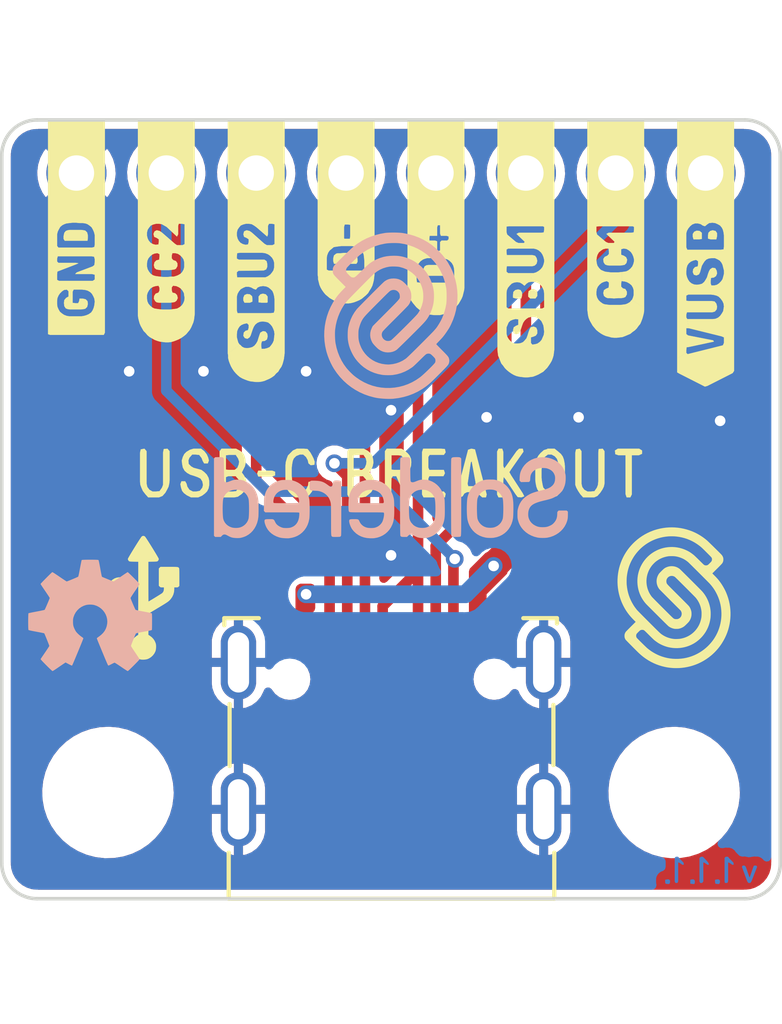
<source format=kicad_pcb>
(kicad_pcb (version 20210623) (generator pcbnew)
  (title_block (title "USB-C breakout") (date "2021-07-06") (rev "V1.1.1.") (company "SOLDERED") (comment 1 "333011"))
  (layers (0 "F.Cu" mixed) (31 "B.Cu" signal) (34 "B.Paste" user) (35 "F.Paste" user) (36 "B.SilkS" user "B.Silkscreen") (37 "F.SilkS" user "F.Silkscreen") (38 "B.Mask" user) (39 "F.Mask" user) (44 "Edge.Cuts" user))
  (net 0 "")
  (net 1 "VUSB")
  (net 2 "CC1")
  (net 3 "SBU1")
  (net 4 "D+")
  (net 5 "D-")
  (net 6 "SBU2")
  (net 7 "CC2")
  (net 8 "GND")
  (footprint "buzzardLabel" (layer "F.Cu") (at 101 118)
    (fp_text reference "" (at 0 0) (layer "F.SilkS") (effects (font (size 1.27 1.27))))
    (fp_text value "" (at 0 0) (layer "F.SilkS") (effects (font (size 1.27 1.27))))
  )
  (footprint "e-radionica.com footprinti:HOLE_3.2mm" (layer "F.Cu") (at 93 127)
    (fp_text reference "H2" hide)
    (fp_text value "HOLE_3.2mm" hide)
    (pad "" np_thru_hole circle locked (at 0 0) (size 3.2 3.2) (drill 3.2) (layers F&B.Cu *.Mask))
  )
  (footprint "buzzardLabel" (layer "F.Cu") (at 109.89 107.6 90)
    (fp_text reference "" (at 0 0 90) (layer "F.SilkS") (effects (font (size 1.27 1.27))))
    (fp_text value "" (at 0 0 90) (layer "F.SilkS") (effects (font (size 1.27 1.27))))
  )
  (footprint "buzzardLabel" (layer "F.Cu") (at 94.65 107.6 90)
    (fp_text reference "" (at 0 0 90) (layer "F.SilkS") (effects (font (size 1.27 1.27))))
    (fp_text value "" (at 0 0 90) (layer "F.SilkS") (effects (font (size 1.27 1.27))))
  )
  (footprint "Soldered Graphics:Logo-Back-SolderedVERTICAL-10mm" (layer "F.Cu") (at 101 115.5)
    (fp_text reference "G***" hide)
    (fp_text value "LOGO" hide)
  )
  (footprint "buzzardLabel" (layer "F.Cu") (at 92.11 107.6 90)
    (fp_text reference "" (at 0 0 90) (layer "F.SilkS") (effects (font (size 1.27 1.27))))
    (fp_text value "" (at 0 0 90) (layer "F.SilkS") (effects (font (size 1.27 1.27))))
  )
  (footprint "e-radionica.com footprinti:FIDUCIAL_23" (layer "F.Cu") (at 101 127.5)
    (fp_text reference "FD1")
    (fp_text value "FIDUCIAL")
    (fp_circle (center 0 0) (end 1 0) (layer "F.Cu") (width 0.2) (fill none))
    (pad "1" smd circle (at 0 0) (size 1 1) (layers "F.Cu" "F.Paste" "F.Mask") (clearance 1.1))
  )
  (footprint "buzzardLabel" (layer "F.Cu") (at 104.81 107.6 90)
    (fp_text reference "" (at 0 0 90) (layer "F.SilkS") (effects (font (size 1.27 1.27))))
    (fp_text value "" (at 0 0 90) (layer "F.SilkS") (effects (font (size 1.27 1.27))))
  )
  (footprint "Soldered Graphics:Symbol-Front-USB" (layer "F.Cu") (at 94 121.5)
    (fp_text reference "G***" hide)
    (fp_text value "LOGO" hide)
  )
  (footprint "Soldered Graphics:Logo-Back-OSH-3.5mm" (layer "F.Cu") (at 92.5 122)
    (fp_text reference "G***" hide)
    (fp_text value "LOGO" hide)
  )
  (footprint "e-radionica.com footprinti:HOLE_3.2mm" (layer "F.Cu") (at 109 127)
    (fp_text reference "H1" hide)
    (fp_text value "HOLE_3.2mm" hide)
    (pad "" np_thru_hole circle locked (at 0 0) (size 3.2 3.2) (drill 3.2) (layers F&B.Cu *.Mask))
  )
  (footprint "buzzardLabel" (layer "F.Cu") (at 97.19 107.6 90)
    (fp_text reference "" (at 0 0 90) (layer "F.SilkS") (effects (font (size 1.27 1.27))))
    (fp_text value "" (at 0 0 90) (layer "F.SilkS") (effects (font (size 1.27 1.27))))
  )
  (footprint "e-radionica.com footprinti:U262-161N-4BVC11" (layer "F.Cu") (at 101 125)
    (fp_text reference "K2")
    (fp_text value "U262-161N-4BVC11")
    (pad "" np_thru_hole circle locked (at 2.913 -1.2) (size 0.65 0.65) (drill 0.65) (layers F&B.Cu *.Mask))
    (pad "" np_thru_hole circle locked (at -2.862 -1.2) (size 0.65 0.65) (drill 0.65) (layers F&B.Cu *.Mask))
    (pad "A1" smd rect locked (at -3.337 -2.475) (size 0.3 1.15) (layers "F.Cu" "F.Paste" "F.Mask") (net 8 "GND"))
    (pad "A4" smd rect locked (at -2.537 -2.475) (size 0.3 1.15) (layers "F.Cu" "F.Paste" "F.Mask") (net 1 "VUSB"))
    (pad "A5" smd rect locked (at -1.237 -2.475) (size 0.3 1.15) (layers "F.Cu" "F.Paste" "F.Mask") (net 2 "CC1"))
    (pad "A6" smd rect locked (at -0.237 -2.475) (size 0.3 1.15) (layers "F.Cu" "F.Paste" "F.Mask") (net 4 "D+"))
    (pad "A7" smd rect locked (at 0.263 -2.475) (size 0.3 1.15) (layers "F.Cu" "F.Paste" "F.Mask") (net 5 "D-"))
    (pad "A8" smd rect locked (at 1.263 -2.475) (size 0.3 1.15) (layers "F.Cu" "F.Paste" "F.Mask") (net 3 "SBU1"))
    (pad "A9" smd rect locked (at 2.563 -2.475) (size 0.3 1.15) (layers "F.Cu" "F.Paste" "F.Mask") (net 1 "VUSB"))
    (pad "A12" smd rect locked (at 3.338 -2.475) (size 0.3 1.15) (layers "F.Cu" "F.Paste" "F.Mask") (net 8 "GND"))
    (pad "B1" smd rect locked (at 3.138 -2.475) (size 0.3 1.15) (layers "F.Cu" "F.Paste" "F.Mask") (net 8 "GND"))
    (pad "B4" smd rect locked (at 2.363 -2.475) (size 0.3 1.15) (layers "F.Cu" "F.Paste" "F.Mask") (net 1 "VUSB"))
    (pad "B5" smd rect locked (at 1.763 -2.475) (size 0.3 1.15) (layers "F.Cu" "F.Paste" "F.Mask") (net 7 "CC2"))
    (pad "B6" smd rect locked (at 0.763 -2.475) (size 0.3 1.15) (layers "F.Cu" "F.Paste" "F.Mask") (net 4 "D+"))
    (pad "B7" smd rect locked (at -0.737 -2.475) (size 0.3 1.15) (layers "F.Cu" "F.Paste" "F.Mask") (net 5 "D-"))
    (pad "B8" smd rect locked (at -1.737 -2.475) (size 0.3 1.15) (layers "F.Cu" "F.Paste" "F.Mask") (net 6 "SBU2"))
    (pad "B9" smd rect locked (at -2.337 -2.475) (size 0.3 1.15) (layers "F.Cu" "F.Paste" "F.Mask") (net 1 "VUSB"))
    (pad "B12" smd rect locked (at -3.112 -2.475) (size 0.3 1.15) (layers "F.Cu" "F.Paste" "F.Mask") (net 8 "GND"))
    (pad "SH" thru_hole oval locked (at -4.312 2.475) (size 1 2.1) (drill oval 0.6 1.7) (layers *.Cu *.Mask) (net 8 "GND"))
    (pad "SH" thru_hole oval locked (at 4.313 2.475) (size 1 2.1) (drill oval 0.6 1.7) (layers *.Cu *.Mask) (net 8 "GND"))
    (pad "SH" thru_hole oval locked (at 4.313 -1.675) (size 1 2.1) (drill oval 0.6 1.7) (layers *.Cu *.Mask) (net 8 "GND"))
    (pad "SH" thru_hole oval locked (at -4.312 -1.675) (size 1 2.1) (drill oval 0.6 1.7) (layers *.Cu *.Mask) (net 8 "GND"))
  )
  (footprint "Soldered Graphics:Logo-Front-Soldered-4mm" (layer "F.Cu") (at 109 121.5)
    (fp_text reference "G***" hide)
    (fp_text value "LOGO" hide)
  )
  (footprint "buzzardLabel" (layer "F.Cu") (at 102.27 107.6 90)
    (fp_text reference "" (at 0 0 90) (layer "F.SilkS") (effects (font (size 1.27 1.27))))
    (fp_text value "" (at 0 0 90) (layer "F.SilkS") (effects (font (size 1.27 1.27))))
  )
  (footprint "buzzardLabel" (layer "F.Cu") (at 99.73 107.6 90)
    (fp_text reference "" (at 0 0 90) (layer "F.SilkS") (effects (font (size 1.27 1.27))))
    (fp_text value "" (at 0 0 90) (layer "F.SilkS") (effects (font (size 1.27 1.27))))
  )
  (footprint "buzzardLabel" (layer "F.Cu") (at 107.35 107.6 90)
    (fp_text reference "" (at 0 0 90) (layer "F.SilkS") (effects (font (size 1.27 1.27))))
    (fp_text value "" (at 0 0 90) (layer "F.SilkS") (effects (font (size 1.27 1.27))))
  )
  (footprint "e-radionica.com footprinti:HEADER_MALE_8X1" (layer "B.Cu") (at 101 109.5)
    (fp_text reference "K1")
    (fp_text value "HEADER_MALE_8X1")
    (pad "1" thru_hole circle locked (at -8.89 0) (size 1.7 1.7) (drill 1) (layers *.Cu *.Mask) (net 8 "GND"))
    (pad "2" thru_hole circle locked (at -6.35 0) (size 1.7 1.7) (drill 1) (layers *.Cu *.Mask) (net 7 "CC2"))
    (pad "3" thru_hole circle locked (at -3.81 0) (size 1.7 1.7) (drill 1) (layers *.Cu *.Mask) (net 6 "SBU2"))
    (pad "4" thru_hole circle locked (at -1.27 0) (size 1.7 1.7) (drill 1) (layers *.Cu *.Mask) (net 5 "D-"))
    (pad "5" thru_hole circle locked (at 1.27 0) (size 1.7 1.7) (drill 1) (layers *.Cu *.Mask) (net 4 "D+"))
    (pad "6" thru_hole circle locked (at 3.81 0) (size 1.7 1.7) (drill 1) (layers *.Cu *.Mask) (net 3 "SBU1"))
    (pad "7" thru_hole circle locked (at 6.35 0) (size 1.7 1.7) (drill 1) (layers *.Cu *.Mask) (net 2 "CC1"))
    (pad "8" thru_hole circle locked (at 8.89 0) (size 1.7 1.7) (drill 1) (layers *.Cu *.Mask) (net 1 "VUSB"))
  )
  (footprint "Soldered Graphics:Version1.1.1." (layer "B.Cu") (at 110 129.2 180)
    (fp_text reference "REF**" hide)
    (fp_text value "Version1.1.1." hide)
    (fp_poly (pts (xy -0.5 -0.35) (xy -0.44 -0.35) (xy -0.43 -0.31) (xy -0.43 0.35) (xy -0.46 0.38) (xy -0.52 0.38) (xy -0.55 0.34) (xy -0.67 0.22) (xy -0.68 0.17) (xy -0.65 0.16) (xy -0.56 0.22) (xy -0.52 0.23) (xy -0.52 -0.31) (xy -0.5 -0.35)) (layer "B.Cu") (width 0.01) (fill solid))
    (fp_poly (pts (xy 0.43 -0.38) (xy 0.48 -0.38) (xy 0.54 -0.37) (xy 0.54 -0.33) (xy 0.54 -0.27) (xy 0.5 -0.26) (xy 0.45 -0.26) (xy 0.42 -0.29) (xy 0.42 -0.34) (xy 0.43 -0.38)) (layer "B.Cu") (width 0.01) (fill solid))
    (fp_poly (pts (xy -0.27 -0.38) (xy -0.22 -0.38) (xy -0.17 -0.37) (xy -0.16 -0.33) (xy -0.16 -0.27) (xy -0.21 -0.26) (xy -0.26 -0.26) (xy -0.29 -0.29) (xy -0.29 -0.34) (xy -0.27 -0.38)) (layer "B.Cu") (width 0.01) (fill solid))
    (fp_poly (pts (xy -1.15 -0.35) (xy -1.1 -0.35) (xy -1.07 -0.31) (xy -0.92 0.1) (xy -0.94 0.13) (xy -0.99 0.13) (xy -1.02 0.1) (xy -1.11 -0.16) (xy -1.13 -0.21) (xy -1.15 -0.17) (xy -1.24 0.09) (xy -1.26 0.13) (xy -1.32 0.13) (xy -1.34 0.1) (xy -1.18 -0.31) (xy -1.15 -0.35)) (layer "B.Cu") (width 0.01) (fill solid))
    (fp_poly (pts (xy 1.14 -0.38) (xy 1.19 -0.38) (xy 1.24 -0.37) (xy 1.25 -0.33) (xy 1.25 -0.27) (xy 1.2 -0.26) (xy 1.15 -0.26) (xy 1.12 -0.29) (xy 1.12 -0.34) (xy 1.14 -0.38)) (layer "B.Cu") (width 0.01) (fill solid))
    (fp_poly (pts (xy 0.21 -0.35) (xy 0.26 -0.35) (xy 0.28 -0.31) (xy 0.28 0.35) (xy 0.24 0.38) (xy 0.19 0.38) (xy 0.15 0.34) (xy 0.04 0.22) (xy 0.02 0.17) (xy 0.05 0.16) (xy 0.14 0.22) (xy 0.18 0.23) (xy 0.18 -0.31) (xy 0.21 -0.35)) (layer "B.Cu") (width 0.01) (fill solid))
    (fp_poly (pts (xy 0.91 -0.35) (xy 0.96 -0.35) (xy 0.98 -0.31) (xy 0.98 0.35) (xy 0.95 0.38) (xy 0.89 0.38) (xy 0.86 0.34) (xy 0.74 0.22) (xy 0.73 0.17) (xy 0.76 0.16) (xy 0.85 0.22) (xy 0.89 0.23) (xy 0.89 -0.31) (xy 0.91 -0.35)) (layer "B.Cu") (width 0.01) (fill solid))
  )
  (gr_line (start 90 109) (end 90 129) (layer "Edge.Cuts") (width 0.1))
  (gr_line (start 111 108) (end 91 108) (layer "Edge.Cuts") (width 0.1))
  (gr_arc (start 91 129) (end 91 130) (angle 90) (layer "Edge.Cuts") (width 0.1))
  (gr_arc (start 91 109) (end 91 108) (angle -90) (layer "Edge.Cuts") (width 0.1))
  (gr_line (start 91 130) (end 111 130) (layer "Edge.Cuts") (width 0.1))
  (gr_line (start 112 129) (end 112 109) (layer "Edge.Cuts") (width 0.1))
  (gr_arc (start 111 129) (end 112 129) (angle 90) (layer "Edge.Cuts") (width 0.1))
  (gr_arc (start 111 109) (end 111 108) (angle 90) (layer "Edge.Cuts") (width 0.1))
  (segment (start 109.89 114.61) (end 109.89 109.5) (width 0.8) (layer "F.Cu") (net 1))
  (segment (start 103.9 120.6) (end 109.89 114.61) (width 0.8) (layer "F.Cu") (net 1))
  (via (at 98.6 121.4) (size 0.5) (drill 0.3) (layers "F.Cu" "B.Cu") (net 1))
  (via (at 103.9 120.6) (size 0.5) (drill 0.3) (layers "F.Cu" "B.Cu") (net 1))
  (segment (start 103.1 121.4) (end 98.6 121.4) (width 0.5) (layer "B.Cu") (net 1))
  (segment (start 103.9 120.6) (end 103.1 121.4) (width 0.5) (layer "B.Cu") (net 1))
  (segment (start 99.763 118.063) (end 99.4 117.7) (width 0.3) (layer "F.Cu") (net 2))
  (segment (start 99.763 122.525) (end 99.763 118.063) (width 0.3) (layer "F.Cu") (net 2))
  (via (at 99.4 117.7) (size 0.5) (drill 0.3) (layers "F.Cu" "B.Cu") (net 2))
  (segment (start 107.35 110.85) (end 107.35 109.5) (width 0.3) (layer "B.Cu") (net 2))
  (segment (start 99.4 117.7) (end 100.5 117.7) (width 0.3) (layer "B.Cu") (net 2))
  (segment (start 100.5 117.7) (end 107.35 110.85) (width 0.3) (layer "B.Cu") (net 2))
  (segment (start 102.263 120.037) (end 104.81 117.49) (width 0.3) (layer "F.Cu") (net 3))
  (segment (start 104.81 117.49) (end 104.81 109.5) (width 0.3) (layer "F.Cu") (net 3))
  (segment (start 102.263 122.525) (end 102.263 120.037) (width 0.3) (layer "F.Cu") (net 3))
  (segment (start 100.763 121.737) (end 101.737 120.763) (width 0.3) (layer "F.Cu") (net 4))
  (segment (start 101.763 120.763) (end 101.763 122.525) (width 0.3) (layer "F.Cu") (net 4))
  (segment (start 101.737 120.763) (end 101.763 120.763) (width 0.3) (layer "F.Cu") (net 4))
  (segment (start 102.27 109.5) (end 102.27 113.53) (width 0.3) (layer "F.Cu") (net 4))
  (segment (start 102.27 113.53) (end 101.763 114.037) (width 0.3) (layer "F.Cu") (net 4))
  (segment (start 100.763 122.525) (end 100.763 121.737) (width 0.3) (layer "F.Cu") (net 4))
  (segment (start 101.763 114.037) (end 101.763 120.763) (width 0.3) (layer "F.Cu") (net 4))
  (segment (start 100.263 122.525) (end 100.263 123.563) (width 0.3) (layer "F.Cu") (net 5))
  (segment (start 99.73 113.53) (end 99.73 109.5) (width 0.3) (layer "F.Cu") (net 5))
  (segment (start 100.6 123.9) (end 101 123.9) (width 0.3) (layer "F.Cu") (net 5))
  (segment (start 100.263 122.525) (end 100.263 114.063) (width 0.3) (layer "F.Cu") (net 5))
  (segment (start 100.263 114.063) (end 99.73 113.53) (width 0.3) (layer "F.Cu") (net 5))
  (segment (start 101 123.9) (end 101.263 123.637) (width 0.3) (layer "F.Cu") (net 5))
  (segment (start 101.263 123.637) (end 101.263 122.525) (width 0.3) (layer "F.Cu") (net 5))
  (segment (start 100.263 123.563) (end 100.6 123.9) (width 0.3) (layer "F.Cu") (net 5))
  (segment (start 99.263 122.525) (end 99.263 120.263) (width 0.3) (layer "F.Cu") (net 6))
  (segment (start 99.263 120.263) (end 97.19 118.19) (width 0.3) (layer "F.Cu") (net 6))
  (segment (start 97.19 118.19) (end 97.19 109.5) (width 0.3) (layer "F.Cu") (net 6))
  (segment (start 102.763 120.437) (end 102.763 122.525) (width 0.3) (layer "F.Cu") (net 7))
  (segment (start 102.8 120.4) (end 102.763 120.437) (width 0.3) (layer "F.Cu") (net 7))
  (via (at 102.8 120.4) (size 0.5) (drill 0.3) (layers "F.Cu" "B.Cu") (net 7))
  (segment (start 102.8 120.4) (end 100.9 118.5) (width 0.3) (layer "B.Cu") (net 7))
  (segment (start 100.9 118.5) (end 97.5 118.5) (width 0.3) (layer "B.Cu") (net 7))
  (segment (start 94.65 115.65) (end 94.65 109.5) (width 0.3) (layer "B.Cu") (net 7))
  (segment (start 97.5 118.5) (end 94.65 115.65) (width 0.3) (layer "B.Cu") (net 7))
  (via (at 93.6 115.1) (size 0.5) (drill 0.3) (layers "F.Cu" "B.Cu") (net 8))
  (via (at 110.3 116.5) (size 0.5) (drill 0.3) (layers "F.Cu" "B.Cu") (net 8))
  (via (at 101 120.3) (size 0.5) (drill 0.3) (layers "F.Cu" "B.Cu") (net 8))
  (via (at 95.7 115.1) (size 0.5) (drill 0.3) (layers "F.Cu" "B.Cu") (net 8))
  (via (at 98.6 115.1) (size 0.5) (drill 0.3) (layers "F.Cu" "B.Cu") (net 8))
  (via (at 106.3 116.4) (size 0.5) (drill 0.3) (layers "F.Cu" "B.Cu") (net 8))
  (via (at 103.7 116.4) (size 0.5) (drill 0.3) (layers "F.Cu" "B.Cu") (net 8))
  (via (at 101 116.2) (size 0.5) (drill 0.3) (layers "F.Cu" "B.Cu") (net 8))
  (zone (net 1) (net_name "VUSB") (layer "F.Cu") (priority 2) (connect_pads yes (clearance 0.254)) (min_thickness 0.254) (fill yes (thermal_gap 0.254) (thermal_bridge_width 0.254))
    (polygon (pts (xy 98.9 121.2) (xy 98.9 121.8) (xy 98.8 121.9) (xy 98.8 123.1) (xy 98.3 123.1) (xy 98.3 121.2) (xy 98.4 121.1) (xy 98.8 121.1)))
  )
  (zone (net 8) (net_name "GND") (layers F&B.Cu) (connect_pads (clearance 0.254)) (min_thickness 0.254) (fill yes (thermal_gap 0.254) (thermal_bridge_width 0.254))
    (polygon (pts (xy 112 130) (xy 90 130) (xy 90 108) (xy 112 108)))
  )
  (zone (net 1) (net_name "VUSB") (layer "F.Cu") (priority 2) (connect_pads yes (clearance 0.254)) (min_thickness 0.254) (fill yes (thermal_gap 0.254) (thermal_bridge_width 0.254))
    (polygon (pts (xy 104.3 120.6) (xy 104.3 120.8) (xy 103.7 121.4) (xy 103.7 123.1) (xy 103.2 123.1) (xy 103.2 120.7) (xy 103.7 120.2) (xy 103.9 120.2)))
  )
)
</source>
